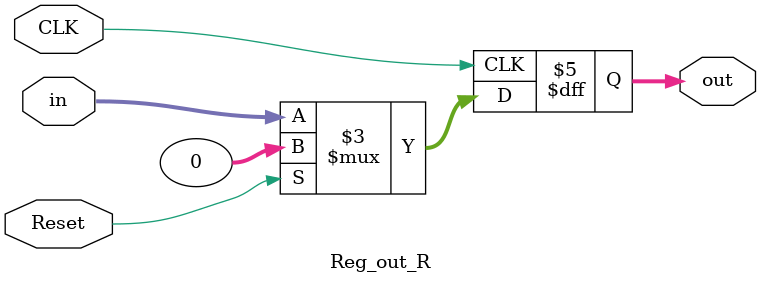
<source format=v>
`timescale 1ns / 1ps

module Reg_out_R(CLK,Reset,in,out);
input CLK,Reset;
input [31:0] in;
output reg [31:0] out;

always @ (posedge CLK)
begin
    if(Reset)
        out <= 0;
    else
        out <= in;
end

endmodule

</source>
